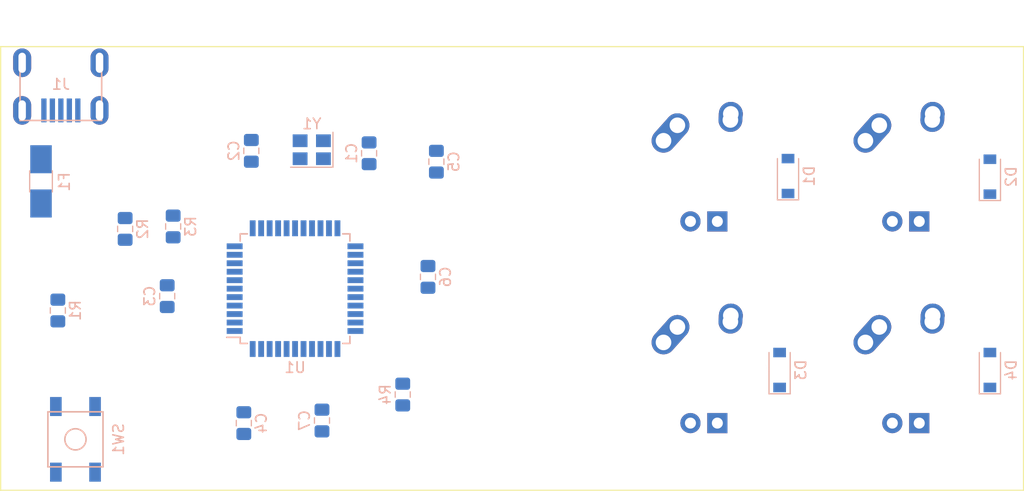
<source format=kicad_pcb>
(kicad_pcb (version 20171130) (host pcbnew "(5.1.0)-1")

  (general
    (thickness 1.6)
    (drawings 4)
    (tracks 0)
    (zones 0)
    (modules 24)
    (nets 60)
  )

  (page A4)
  (layers
    (0 F.Cu signal)
    (31 B.Cu signal)
    (32 B.Adhes user)
    (33 F.Adhes user)
    (34 B.Paste user)
    (35 F.Paste user)
    (36 B.SilkS user)
    (37 F.SilkS user)
    (38 B.Mask user)
    (39 F.Mask user)
    (40 Dwgs.User user)
    (41 Cmts.User user)
    (42 Eco1.User user)
    (43 Eco2.User user)
    (44 Edge.Cuts user)
    (45 Margin user)
    (46 B.CrtYd user)
    (47 F.CrtYd user)
    (48 B.Fab user)
    (49 F.Fab user)
  )

  (setup
    (last_trace_width 0.25)
    (trace_clearance 0.2)
    (zone_clearance 0.508)
    (zone_45_only no)
    (trace_min 0.2)
    (via_size 0.8)
    (via_drill 0.4)
    (via_min_size 0.4)
    (via_min_drill 0.3)
    (uvia_size 0.3)
    (uvia_drill 0.1)
    (uvias_allowed no)
    (uvia_min_size 0.2)
    (uvia_min_drill 0.1)
    (edge_width 0.05)
    (segment_width 0.2)
    (pcb_text_width 0.3)
    (pcb_text_size 1.5 1.5)
    (mod_edge_width 0.12)
    (mod_text_size 1 1)
    (mod_text_width 0.15)
    (pad_size 1.524 1.524)
    (pad_drill 0.762)
    (pad_to_mask_clearance 0.051)
    (solder_mask_min_width 0.25)
    (aux_axis_origin 0 0)
    (visible_elements 7FFFFFFF)
    (pcbplotparams
      (layerselection 0x010fc_ffffffff)
      (usegerberextensions false)
      (usegerberattributes false)
      (usegerberadvancedattributes false)
      (creategerberjobfile false)
      (excludeedgelayer true)
      (linewidth 0.100000)
      (plotframeref false)
      (viasonmask false)
      (mode 1)
      (useauxorigin false)
      (hpglpennumber 1)
      (hpglpenspeed 20)
      (hpglpendiameter 15.000000)
      (psnegative false)
      (psa4output false)
      (plotreference true)
      (plotvalue true)
      (plotinvisibletext false)
      (padsonsilk false)
      (subtractmaskfromsilk false)
      (outputformat 1)
      (mirror false)
      (drillshape 1)
      (scaleselection 1)
      (outputdirectory ""))
  )

  (net 0 "")
  (net 1 GND)
  (net 2 "Net-(C1-Pad1)")
  (net 3 "Net-(C2-Pad1)")
  (net 4 "Net-(C3-Pad1)")
  (net 5 +5V)
  (net 6 ROW0)
  (net 7 "Net-(D1-Pad2)")
  (net 8 "Net-(D2-Pad2)")
  (net 9 ROW1)
  (net 10 "Net-(D3-Pad2)")
  (net 11 "Net-(D4-Pad2)")
  (net 12 VCC)
  (net 13 "Net-(J1-Pad2)")
  (net 14 "Net-(J1-Pad3)")
  (net 15 "Net-(J1-Pad4)")
  (net 16 "Net-(MX1-Pad4)")
  (net 17 "Net-(MX1-Pad3)")
  (net 18 COL0)
  (net 19 COL1)
  (net 20 "Net-(MX2-Pad3)")
  (net 21 "Net-(MX2-Pad4)")
  (net 22 "Net-(MX3-Pad3)")
  (net 23 "Net-(MX3-Pad4)")
  (net 24 "Net-(MX4-Pad4)")
  (net 25 "Net-(MX4-Pad3)")
  (net 26 "Net-(R1-Pad2)")
  (net 27 "Net-(R2-Pad1)")
  (net 28 D+)
  (net 29 D-)
  (net 30 "Net-(R3-Pad1)")
  (net 31 "Net-(R4-Pad1)")
  (net 32 "Net-(U1-Pad1)")
  (net 33 "Net-(U1-Pad8)")
  (net 34 "Net-(U1-Pad9)")
  (net 35 "Net-(U1-Pad10)")
  (net 36 "Net-(U1-Pad11)")
  (net 37 "Net-(U1-Pad18)")
  (net 38 "Net-(U1-Pad19)")
  (net 39 "Net-(U1-Pad20)")
  (net 40 "Net-(U1-Pad21)")
  (net 41 "Net-(U1-Pad22)")
  (net 42 "Net-(U1-Pad12)")
  (net 43 "Net-(Y1-Pad2)")
  (net 44 "Net-(Y1-Pad4)")
  (net 45 "Net-(U1-Pad42)")
  (net 46 "Net-(U1-Pad41)")
  (net 47 "Net-(U1-Pad40)")
  (net 48 "Net-(U1-Pad39)")
  (net 49 "Net-(U1-Pad38)")
  (net 50 "Net-(U1-Pad37)")
  (net 51 "Net-(U1-Pad36)")
  (net 52 "Net-(U1-Pad32)")
  (net 53 "Net-(U1-Pad31)")
  (net 54 "Net-(U1-Pad30)")
  (net 55 "Net-(U1-Pad29)")
  (net 56 "Net-(U1-Pad28)")
  (net 57 "Net-(U1-Pad27)")
  (net 58 "Net-(U1-Pad26)")
  (net 59 "Net-(U1-Pad25)")

  (net_class Default "This is the default net class."
    (clearance 0.2)
    (trace_width 0.25)
    (via_dia 0.8)
    (via_drill 0.4)
    (uvia_dia 0.3)
    (uvia_drill 0.1)
    (add_net +5V)
    (add_net COL0)
    (add_net COL1)
    (add_net D+)
    (add_net D-)
    (add_net GND)
    (add_net "Net-(C1-Pad1)")
    (add_net "Net-(C2-Pad1)")
    (add_net "Net-(C3-Pad1)")
    (add_net "Net-(D1-Pad2)")
    (add_net "Net-(D2-Pad2)")
    (add_net "Net-(D3-Pad2)")
    (add_net "Net-(D4-Pad2)")
    (add_net "Net-(J1-Pad2)")
    (add_net "Net-(J1-Pad3)")
    (add_net "Net-(J1-Pad4)")
    (add_net "Net-(MX1-Pad3)")
    (add_net "Net-(MX1-Pad4)")
    (add_net "Net-(MX2-Pad3)")
    (add_net "Net-(MX2-Pad4)")
    (add_net "Net-(MX3-Pad3)")
    (add_net "Net-(MX3-Pad4)")
    (add_net "Net-(MX4-Pad3)")
    (add_net "Net-(MX4-Pad4)")
    (add_net "Net-(R1-Pad2)")
    (add_net "Net-(R2-Pad1)")
    (add_net "Net-(R3-Pad1)")
    (add_net "Net-(R4-Pad1)")
    (add_net "Net-(U1-Pad1)")
    (add_net "Net-(U1-Pad10)")
    (add_net "Net-(U1-Pad11)")
    (add_net "Net-(U1-Pad12)")
    (add_net "Net-(U1-Pad18)")
    (add_net "Net-(U1-Pad19)")
    (add_net "Net-(U1-Pad20)")
    (add_net "Net-(U1-Pad21)")
    (add_net "Net-(U1-Pad22)")
    (add_net "Net-(U1-Pad25)")
    (add_net "Net-(U1-Pad26)")
    (add_net "Net-(U1-Pad27)")
    (add_net "Net-(U1-Pad28)")
    (add_net "Net-(U1-Pad29)")
    (add_net "Net-(U1-Pad30)")
    (add_net "Net-(U1-Pad31)")
    (add_net "Net-(U1-Pad32)")
    (add_net "Net-(U1-Pad36)")
    (add_net "Net-(U1-Pad37)")
    (add_net "Net-(U1-Pad38)")
    (add_net "Net-(U1-Pad39)")
    (add_net "Net-(U1-Pad40)")
    (add_net "Net-(U1-Pad41)")
    (add_net "Net-(U1-Pad42)")
    (add_net "Net-(U1-Pad8)")
    (add_net "Net-(U1-Pad9)")
    (add_net "Net-(Y1-Pad2)")
    (add_net "Net-(Y1-Pad4)")
    (add_net ROW0)
    (add_net ROW1)
    (add_net VCC)
  )

  (module Housings_QFP:TQFP-44_10x10mm_Pitch0.8mm (layer B.Cu) (tedit 58CC9A48) (tstamp 5CBDA82C)
    (at 106.52125 119.38)
    (descr "44-Lead Plastic Thin Quad Flatpack (PT) - 10x10x1.0 mm Body [TQFP] (see Microchip Packaging Specification 00000049BS.pdf)")
    (tags "QFP 0.8")
    (path /5CBA84BD)
    (attr smd)
    (fp_text reference U1 (at 0 7.45) (layer B.SilkS)
      (effects (font (size 1 1) (thickness 0.15)) (justify mirror))
    )
    (fp_text value ATmega32U4-AU (at 0 -7.45) (layer B.Fab)
      (effects (font (size 1 1) (thickness 0.15)) (justify mirror))
    )
    (fp_line (start -5.175 4.6) (end -6.45 4.6) (layer B.SilkS) (width 0.15))
    (fp_line (start 5.175 5.175) (end 4.5 5.175) (layer B.SilkS) (width 0.15))
    (fp_line (start 5.175 -5.175) (end 4.5 -5.175) (layer B.SilkS) (width 0.15))
    (fp_line (start -5.175 -5.175) (end -4.5 -5.175) (layer B.SilkS) (width 0.15))
    (fp_line (start -5.175 5.175) (end -4.5 5.175) (layer B.SilkS) (width 0.15))
    (fp_line (start -5.175 -5.175) (end -5.175 -4.5) (layer B.SilkS) (width 0.15))
    (fp_line (start 5.175 -5.175) (end 5.175 -4.5) (layer B.SilkS) (width 0.15))
    (fp_line (start 5.175 5.175) (end 5.175 4.5) (layer B.SilkS) (width 0.15))
    (fp_line (start -5.175 5.175) (end -5.175 4.6) (layer B.SilkS) (width 0.15))
    (fp_line (start -6.7 -6.7) (end 6.7 -6.7) (layer B.CrtYd) (width 0.05))
    (fp_line (start -6.7 6.7) (end 6.7 6.7) (layer B.CrtYd) (width 0.05))
    (fp_line (start 6.7 6.7) (end 6.7 -6.7) (layer B.CrtYd) (width 0.05))
    (fp_line (start -6.7 6.7) (end -6.7 -6.7) (layer B.CrtYd) (width 0.05))
    (fp_line (start -5 4) (end -4 5) (layer B.Fab) (width 0.15))
    (fp_line (start -5 -5) (end -5 4) (layer B.Fab) (width 0.15))
    (fp_line (start 5 -5) (end -5 -5) (layer B.Fab) (width 0.15))
    (fp_line (start 5 5) (end 5 -5) (layer B.Fab) (width 0.15))
    (fp_line (start -4 5) (end 5 5) (layer B.Fab) (width 0.15))
    (fp_text user %R (at 0 0) (layer B.Fab)
      (effects (font (size 1 1) (thickness 0.15)) (justify mirror))
    )
    (pad 44 smd rect (at -4 5.7 270) (size 1.5 0.55) (layers B.Cu B.Paste B.Mask)
      (net 5 +5V))
    (pad 43 smd rect (at -3.2 5.7 270) (size 1.5 0.55) (layers B.Cu B.Paste B.Mask)
      (net 1 GND))
    (pad 42 smd rect (at -2.4 5.7 270) (size 1.5 0.55) (layers B.Cu B.Paste B.Mask)
      (net 45 "Net-(U1-Pad42)"))
    (pad 41 smd rect (at -1.6 5.7 270) (size 1.5 0.55) (layers B.Cu B.Paste B.Mask)
      (net 46 "Net-(U1-Pad41)"))
    (pad 40 smd rect (at -0.8 5.7 270) (size 1.5 0.55) (layers B.Cu B.Paste B.Mask)
      (net 47 "Net-(U1-Pad40)"))
    (pad 39 smd rect (at 0 5.7 270) (size 1.5 0.55) (layers B.Cu B.Paste B.Mask)
      (net 48 "Net-(U1-Pad39)"))
    (pad 38 smd rect (at 0.8 5.7 270) (size 1.5 0.55) (layers B.Cu B.Paste B.Mask)
      (net 49 "Net-(U1-Pad38)"))
    (pad 37 smd rect (at 1.6 5.7 270) (size 1.5 0.55) (layers B.Cu B.Paste B.Mask)
      (net 50 "Net-(U1-Pad37)"))
    (pad 36 smd rect (at 2.4 5.7 270) (size 1.5 0.55) (layers B.Cu B.Paste B.Mask)
      (net 51 "Net-(U1-Pad36)"))
    (pad 35 smd rect (at 3.2 5.7 270) (size 1.5 0.55) (layers B.Cu B.Paste B.Mask)
      (net 1 GND))
    (pad 34 smd rect (at 4 5.7 270) (size 1.5 0.55) (layers B.Cu B.Paste B.Mask)
      (net 5 +5V))
    (pad 33 smd rect (at 5.7 4) (size 1.5 0.55) (layers B.Cu B.Paste B.Mask)
      (net 31 "Net-(R4-Pad1)"))
    (pad 32 smd rect (at 5.7 3.2) (size 1.5 0.55) (layers B.Cu B.Paste B.Mask)
      (net 52 "Net-(U1-Pad32)"))
    (pad 31 smd rect (at 5.7 2.4) (size 1.5 0.55) (layers B.Cu B.Paste B.Mask)
      (net 53 "Net-(U1-Pad31)"))
    (pad 30 smd rect (at 5.7 1.6) (size 1.5 0.55) (layers B.Cu B.Paste B.Mask)
      (net 54 "Net-(U1-Pad30)"))
    (pad 29 smd rect (at 5.7 0.8) (size 1.5 0.55) (layers B.Cu B.Paste B.Mask)
      (net 55 "Net-(U1-Pad29)"))
    (pad 28 smd rect (at 5.7 0) (size 1.5 0.55) (layers B.Cu B.Paste B.Mask)
      (net 56 "Net-(U1-Pad28)"))
    (pad 27 smd rect (at 5.7 -0.8) (size 1.5 0.55) (layers B.Cu B.Paste B.Mask)
      (net 57 "Net-(U1-Pad27)"))
    (pad 26 smd rect (at 5.7 -1.6) (size 1.5 0.55) (layers B.Cu B.Paste B.Mask)
      (net 58 "Net-(U1-Pad26)"))
    (pad 25 smd rect (at 5.7 -2.4) (size 1.5 0.55) (layers B.Cu B.Paste B.Mask)
      (net 59 "Net-(U1-Pad25)"))
    (pad 24 smd rect (at 5.7 -3.2) (size 1.5 0.55) (layers B.Cu B.Paste B.Mask)
      (net 5 +5V))
    (pad 23 smd rect (at 5.7 -4) (size 1.5 0.55) (layers B.Cu B.Paste B.Mask)
      (net 1 GND))
    (pad 22 smd rect (at 4 -5.7 270) (size 1.5 0.55) (layers B.Cu B.Paste B.Mask)
      (net 41 "Net-(U1-Pad22)"))
    (pad 21 smd rect (at 3.2 -5.7 270) (size 1.5 0.55) (layers B.Cu B.Paste B.Mask)
      (net 40 "Net-(U1-Pad21)"))
    (pad 20 smd rect (at 2.4 -5.7 270) (size 1.5 0.55) (layers B.Cu B.Paste B.Mask)
      (net 39 "Net-(U1-Pad20)"))
    (pad 19 smd rect (at 1.6 -5.7 270) (size 1.5 0.55) (layers B.Cu B.Paste B.Mask)
      (net 38 "Net-(U1-Pad19)"))
    (pad 18 smd rect (at 0.8 -5.7 270) (size 1.5 0.55) (layers B.Cu B.Paste B.Mask)
      (net 37 "Net-(U1-Pad18)"))
    (pad 17 smd rect (at 0 -5.7 270) (size 1.5 0.55) (layers B.Cu B.Paste B.Mask)
      (net 2 "Net-(C1-Pad1)"))
    (pad 16 smd rect (at -0.8 -5.7 270) (size 1.5 0.55) (layers B.Cu B.Paste B.Mask)
      (net 3 "Net-(C2-Pad1)"))
    (pad 15 smd rect (at -1.6 -5.7 270) (size 1.5 0.55) (layers B.Cu B.Paste B.Mask)
      (net 1 GND))
    (pad 14 smd rect (at -2.4 -5.7 270) (size 1.5 0.55) (layers B.Cu B.Paste B.Mask)
      (net 5 +5V))
    (pad 13 smd rect (at -3.2 -5.7 270) (size 1.5 0.55) (layers B.Cu B.Paste B.Mask)
      (net 26 "Net-(R1-Pad2)"))
    (pad 12 smd rect (at -4 -5.7 270) (size 1.5 0.55) (layers B.Cu B.Paste B.Mask)
      (net 42 "Net-(U1-Pad12)"))
    (pad 11 smd rect (at -5.7 -4) (size 1.5 0.55) (layers B.Cu B.Paste B.Mask)
      (net 36 "Net-(U1-Pad11)"))
    (pad 10 smd rect (at -5.7 -3.2) (size 1.5 0.55) (layers B.Cu B.Paste B.Mask)
      (net 35 "Net-(U1-Pad10)"))
    (pad 9 smd rect (at -5.7 -2.4) (size 1.5 0.55) (layers B.Cu B.Paste B.Mask)
      (net 34 "Net-(U1-Pad9)"))
    (pad 8 smd rect (at -5.7 -1.6) (size 1.5 0.55) (layers B.Cu B.Paste B.Mask)
      (net 33 "Net-(U1-Pad8)"))
    (pad 7 smd rect (at -5.7 -0.8) (size 1.5 0.55) (layers B.Cu B.Paste B.Mask)
      (net 5 +5V))
    (pad 6 smd rect (at -5.7 0) (size 1.5 0.55) (layers B.Cu B.Paste B.Mask)
      (net 4 "Net-(C3-Pad1)"))
    (pad 5 smd rect (at -5.7 0.8) (size 1.5 0.55) (layers B.Cu B.Paste B.Mask)
      (net 1 GND))
    (pad 4 smd rect (at -5.7 1.6) (size 1.5 0.55) (layers B.Cu B.Paste B.Mask)
      (net 27 "Net-(R2-Pad1)"))
    (pad 3 smd rect (at -5.7 2.4) (size 1.5 0.55) (layers B.Cu B.Paste B.Mask)
      (net 30 "Net-(R3-Pad1)"))
    (pad 2 smd rect (at -5.7 3.2) (size 1.5 0.55) (layers B.Cu B.Paste B.Mask)
      (net 5 +5V))
    (pad 1 smd rect (at -5.7 4) (size 1.5 0.55) (layers B.Cu B.Paste B.Mask)
      (net 32 "Net-(U1-Pad1)"))
    (model ${KISYS3DMOD}/Housings_QFP.3dshapes/TQFP-44_10x10mm_Pitch0.8mm.wrl
      (at (xyz 0 0 0))
      (scale (xyz 1 1 1))
      (rotate (xyz 0 0 0))
    )
  )

  (module Capacitor_SMD:C_0805_2012Metric_Pad1.15x1.40mm_HandSolder (layer B.Cu) (tedit 5B36C52B) (tstamp 5CBDA604)
    (at 113.50625 106.59375 270)
    (descr "Capacitor SMD 0805 (2012 Metric), square (rectangular) end terminal, IPC_7351 nominal with elongated pad for handsoldering. (Body size source: https://docs.google.com/spreadsheets/d/1BsfQQcO9C6DZCsRaXUlFlo91Tg2WpOkGARC1WS5S8t0/edit?usp=sharing), generated with kicad-footprint-generator")
    (tags "capacitor handsolder")
    (path /5CBF2D04)
    (attr smd)
    (fp_text reference C1 (at 0 1.65 270) (layer B.SilkS)
      (effects (font (size 1 1) (thickness 0.15)) (justify mirror))
    )
    (fp_text value 22pF (at 0 -1.65 270) (layer B.Fab)
      (effects (font (size 1 1) (thickness 0.15)) (justify mirror))
    )
    (fp_text user %R (at -1.27 2.54 270) (layer B.Fab)
      (effects (font (size 0.5 0.5) (thickness 0.08)) (justify mirror))
    )
    (fp_line (start 1.85 -0.95) (end -1.85 -0.95) (layer B.CrtYd) (width 0.05))
    (fp_line (start 1.85 0.95) (end 1.85 -0.95) (layer B.CrtYd) (width 0.05))
    (fp_line (start -1.85 0.95) (end 1.85 0.95) (layer B.CrtYd) (width 0.05))
    (fp_line (start -1.85 -0.95) (end -1.85 0.95) (layer B.CrtYd) (width 0.05))
    (fp_line (start -0.261252 -0.71) (end 0.261252 -0.71) (layer B.SilkS) (width 0.12))
    (fp_line (start -0.261252 0.71) (end 0.261252 0.71) (layer B.SilkS) (width 0.12))
    (fp_line (start 1 -0.6) (end -1 -0.6) (layer B.Fab) (width 0.1))
    (fp_line (start 1 0.6) (end 1 -0.6) (layer B.Fab) (width 0.1))
    (fp_line (start -1 0.6) (end 1 0.6) (layer B.Fab) (width 0.1))
    (fp_line (start -1 -0.6) (end -1 0.6) (layer B.Fab) (width 0.1))
    (pad 2 smd roundrect (at 1.025 0 270) (size 1.15 1.4) (layers B.Cu B.Paste B.Mask) (roundrect_rratio 0.217391)
      (net 1 GND))
    (pad 1 smd roundrect (at -1.025 0 270) (size 1.15 1.4) (layers B.Cu B.Paste B.Mask) (roundrect_rratio 0.217391)
      (net 2 "Net-(C1-Pad1)"))
    (model ${KISYS3DMOD}/Capacitor_SMD.3dshapes/C_0805_2012Metric.wrl
      (at (xyz 0 0 0))
      (scale (xyz 1 1 1))
      (rotate (xyz 0 0 0))
    )
  )

  (module Capacitor_SMD:C_0805_2012Metric_Pad1.15x1.40mm_HandSolder (layer B.Cu) (tedit 5B36C52B) (tstamp 5CBDA615)
    (at 102.39375 106.3625 270)
    (descr "Capacitor SMD 0805 (2012 Metric), square (rectangular) end terminal, IPC_7351 nominal with elongated pad for handsoldering. (Body size source: https://docs.google.com/spreadsheets/d/1BsfQQcO9C6DZCsRaXUlFlo91Tg2WpOkGARC1WS5S8t0/edit?usp=sharing), generated with kicad-footprint-generator")
    (tags "capacitor handsolder")
    (path /5CBF57CD)
    (attr smd)
    (fp_text reference C2 (at 0 1.65 270) (layer B.SilkS)
      (effects (font (size 1 1) (thickness 0.15)) (justify mirror))
    )
    (fp_text value 22pF (at 0 -1.65 270) (layer B.Fab)
      (effects (font (size 1 1) (thickness 0.15)) (justify mirror))
    )
    (fp_line (start -1 -0.6) (end -1 0.6) (layer B.Fab) (width 0.1))
    (fp_line (start -1 0.6) (end 1 0.6) (layer B.Fab) (width 0.1))
    (fp_line (start 1 0.6) (end 1 -0.6) (layer B.Fab) (width 0.1))
    (fp_line (start 1 -0.6) (end -1 -0.6) (layer B.Fab) (width 0.1))
    (fp_line (start -0.261252 0.71) (end 0.261252 0.71) (layer B.SilkS) (width 0.12))
    (fp_line (start -0.261252 -0.71) (end 0.261252 -0.71) (layer B.SilkS) (width 0.12))
    (fp_line (start -1.85 -0.95) (end -1.85 0.95) (layer B.CrtYd) (width 0.05))
    (fp_line (start -1.85 0.95) (end 1.85 0.95) (layer B.CrtYd) (width 0.05))
    (fp_line (start 1.85 0.95) (end 1.85 -0.95) (layer B.CrtYd) (width 0.05))
    (fp_line (start 1.85 -0.95) (end -1.85 -0.95) (layer B.CrtYd) (width 0.05))
    (fp_text user %R (at 0 0 270) (layer B.Fab)
      (effects (font (size 0.5 0.5) (thickness 0.08)) (justify mirror))
    )
    (pad 1 smd roundrect (at -1.025 0 270) (size 1.15 1.4) (layers B.Cu B.Paste B.Mask) (roundrect_rratio 0.217391)
      (net 3 "Net-(C2-Pad1)"))
    (pad 2 smd roundrect (at 1.025 0 270) (size 1.15 1.4) (layers B.Cu B.Paste B.Mask) (roundrect_rratio 0.217391)
      (net 1 GND))
    (model ${KISYS3DMOD}/Capacitor_SMD.3dshapes/C_0805_2012Metric.wrl
      (at (xyz 0 0 0))
      (scale (xyz 1 1 1))
      (rotate (xyz 0 0 0))
    )
  )

  (module Capacitor_SMD:C_0805_2012Metric_Pad1.15x1.40mm_HandSolder (layer B.Cu) (tedit 5B36C52B) (tstamp 5CBDA626)
    (at 94.45625 120.0875 270)
    (descr "Capacitor SMD 0805 (2012 Metric), square (rectangular) end terminal, IPC_7351 nominal with elongated pad for handsoldering. (Body size source: https://docs.google.com/spreadsheets/d/1BsfQQcO9C6DZCsRaXUlFlo91Tg2WpOkGARC1WS5S8t0/edit?usp=sharing), generated with kicad-footprint-generator")
    (tags "capacitor handsolder")
    (path /5CBCFF08)
    (attr smd)
    (fp_text reference C3 (at 0 1.65 270) (layer B.SilkS)
      (effects (font (size 1 1) (thickness 0.15)) (justify mirror))
    )
    (fp_text value 1uF (at 0 -1.65 270) (layer B.Fab)
      (effects (font (size 1 1) (thickness 0.15)) (justify mirror))
    )
    (fp_line (start -1 -0.6) (end -1 0.6) (layer B.Fab) (width 0.1))
    (fp_line (start -1 0.6) (end 1 0.6) (layer B.Fab) (width 0.1))
    (fp_line (start 1 0.6) (end 1 -0.6) (layer B.Fab) (width 0.1))
    (fp_line (start 1 -0.6) (end -1 -0.6) (layer B.Fab) (width 0.1))
    (fp_line (start -0.261252 0.71) (end 0.261252 0.71) (layer B.SilkS) (width 0.12))
    (fp_line (start -0.261252 -0.71) (end 0.261252 -0.71) (layer B.SilkS) (width 0.12))
    (fp_line (start -1.85 -0.95) (end -1.85 0.95) (layer B.CrtYd) (width 0.05))
    (fp_line (start -1.85 0.95) (end 1.85 0.95) (layer B.CrtYd) (width 0.05))
    (fp_line (start 1.85 0.95) (end 1.85 -0.95) (layer B.CrtYd) (width 0.05))
    (fp_line (start 1.85 -0.95) (end -1.85 -0.95) (layer B.CrtYd) (width 0.05))
    (fp_text user %R (at 0 0 270) (layer B.Fab)
      (effects (font (size 0.5 0.5) (thickness 0.08)) (justify mirror))
    )
    (pad 1 smd roundrect (at -1.025 0 270) (size 1.15 1.4) (layers B.Cu B.Paste B.Mask) (roundrect_rratio 0.217391)
      (net 4 "Net-(C3-Pad1)"))
    (pad 2 smd roundrect (at 1.025 0 270) (size 1.15 1.4) (layers B.Cu B.Paste B.Mask) (roundrect_rratio 0.217391)
      (net 1 GND))
    (model ${KISYS3DMOD}/Capacitor_SMD.3dshapes/C_0805_2012Metric.wrl
      (at (xyz 0 0 0))
      (scale (xyz 1 1 1))
      (rotate (xyz 0 0 0))
    )
  )

  (module Capacitor_SMD:C_0805_2012Metric_Pad1.15x1.40mm_HandSolder (layer B.Cu) (tedit 5B36C52B) (tstamp 5CBDA637)
    (at 101.68625 132.08 90)
    (descr "Capacitor SMD 0805 (2012 Metric), square (rectangular) end terminal, IPC_7351 nominal with elongated pad for handsoldering. (Body size source: https://docs.google.com/spreadsheets/d/1BsfQQcO9C6DZCsRaXUlFlo91Tg2WpOkGARC1WS5S8t0/edit?usp=sharing), generated with kicad-footprint-generator")
    (tags "capacitor handsolder")
    (path /5CBDCF40)
    (attr smd)
    (fp_text reference C4 (at 0 1.65 90) (layer B.SilkS)
      (effects (font (size 1 1) (thickness 0.15)) (justify mirror))
    )
    (fp_text value 0.1uF (at 0 -1.65 90) (layer B.Fab)
      (effects (font (size 1 1) (thickness 0.15)) (justify mirror))
    )
    (fp_text user %R (at 0 0 90) (layer B.Fab)
      (effects (font (size 0.5 0.5) (thickness 0.08)) (justify mirror))
    )
    (fp_line (start 1.85 -0.95) (end -1.85 -0.95) (layer B.CrtYd) (width 0.05))
    (fp_line (start 1.85 0.95) (end 1.85 -0.95) (layer B.CrtYd) (width 0.05))
    (fp_line (start -1.85 0.95) (end 1.85 0.95) (layer B.CrtYd) (width 0.05))
    (fp_line (start -1.85 -0.95) (end -1.85 0.95) (layer B.CrtYd) (width 0.05))
    (fp_line (start -0.261252 -0.71) (end 0.261252 -0.71) (layer B.SilkS) (width 0.12))
    (fp_line (start -0.261252 0.71) (end 0.261252 0.71) (layer B.SilkS) (width 0.12))
    (fp_line (start 1 -0.6) (end -1 -0.6) (layer B.Fab) (width 0.1))
    (fp_line (start 1 0.6) (end 1 -0.6) (layer B.Fab) (width 0.1))
    (fp_line (start -1 0.6) (end 1 0.6) (layer B.Fab) (width 0.1))
    (fp_line (start -1 -0.6) (end -1 0.6) (layer B.Fab) (width 0.1))
    (pad 2 smd roundrect (at 1.025 0 90) (size 1.15 1.4) (layers B.Cu B.Paste B.Mask) (roundrect_rratio 0.217391)
      (net 1 GND))
    (pad 1 smd roundrect (at -1.025 0 90) (size 1.15 1.4) (layers B.Cu B.Paste B.Mask) (roundrect_rratio 0.217391)
      (net 5 +5V))
    (model ${KISYS3DMOD}/Capacitor_SMD.3dshapes/C_0805_2012Metric.wrl
      (at (xyz 0 0 0))
      (scale (xyz 1 1 1))
      (rotate (xyz 0 0 0))
    )
  )

  (module Capacitor_SMD:C_0805_2012Metric_Pad1.15x1.40mm_HandSolder (layer B.Cu) (tedit 5B36C52B) (tstamp 5CBDA648)
    (at 119.85625 107.3875 90)
    (descr "Capacitor SMD 0805 (2012 Metric), square (rectangular) end terminal, IPC_7351 nominal with elongated pad for handsoldering. (Body size source: https://docs.google.com/spreadsheets/d/1BsfQQcO9C6DZCsRaXUlFlo91Tg2WpOkGARC1WS5S8t0/edit?usp=sharing), generated with kicad-footprint-generator")
    (tags "capacitor handsolder")
    (path /5CBDBF5F)
    (attr smd)
    (fp_text reference C5 (at 0 1.65 90) (layer B.SilkS)
      (effects (font (size 1 1) (thickness 0.15)) (justify mirror))
    )
    (fp_text value 0.1uF (at 0 -1.65 90) (layer B.Fab)
      (effects (font (size 1 1) (thickness 0.15)) (justify mirror))
    )
    (fp_line (start -1 -0.6) (end -1 0.6) (layer B.Fab) (width 0.1))
    (fp_line (start -1 0.6) (end 1 0.6) (layer B.Fab) (width 0.1))
    (fp_line (start 1 0.6) (end 1 -0.6) (layer B.Fab) (width 0.1))
    (fp_line (start 1 -0.6) (end -1 -0.6) (layer B.Fab) (width 0.1))
    (fp_line (start -0.261252 0.71) (end 0.261252 0.71) (layer B.SilkS) (width 0.12))
    (fp_line (start -0.261252 -0.71) (end 0.261252 -0.71) (layer B.SilkS) (width 0.12))
    (fp_line (start -1.85 -0.95) (end -1.85 0.95) (layer B.CrtYd) (width 0.05))
    (fp_line (start -1.85 0.95) (end 1.85 0.95) (layer B.CrtYd) (width 0.05))
    (fp_line (start 1.85 0.95) (end 1.85 -0.95) (layer B.CrtYd) (width 0.05))
    (fp_line (start 1.85 -0.95) (end -1.85 -0.95) (layer B.CrtYd) (width 0.05))
    (fp_text user %R (at 3.81 5.08 90) (layer B.Fab)
      (effects (font (size 0.5 0.5) (thickness 0.08)) (justify mirror))
    )
    (pad 1 smd roundrect (at -1.025 0 90) (size 1.15 1.4) (layers B.Cu B.Paste B.Mask) (roundrect_rratio 0.217391)
      (net 5 +5V))
    (pad 2 smd roundrect (at 1.025 0 90) (size 1.15 1.4) (layers B.Cu B.Paste B.Mask) (roundrect_rratio 0.217391)
      (net 1 GND))
    (model ${KISYS3DMOD}/Capacitor_SMD.3dshapes/C_0805_2012Metric.wrl
      (at (xyz 0 0 0))
      (scale (xyz 1 1 1))
      (rotate (xyz 0 0 0))
    )
  )

  (module Capacitor_SMD:C_0805_2012Metric_Pad1.15x1.40mm_HandSolder (layer B.Cu) (tedit 5B36C52B) (tstamp 5CBDA659)
    (at 119.0625 118.26875 90)
    (descr "Capacitor SMD 0805 (2012 Metric), square (rectangular) end terminal, IPC_7351 nominal with elongated pad for handsoldering. (Body size source: https://docs.google.com/spreadsheets/d/1BsfQQcO9C6DZCsRaXUlFlo91Tg2WpOkGARC1WS5S8t0/edit?usp=sharing), generated with kicad-footprint-generator")
    (tags "capacitor handsolder")
    (path /5CBDC45B)
    (attr smd)
    (fp_text reference C6 (at 0 1.65 90) (layer B.SilkS)
      (effects (font (size 1 1) (thickness 0.15)) (justify mirror))
    )
    (fp_text value 0.1uF (at 0 -1.65 90) (layer B.Fab)
      (effects (font (size 1 1) (thickness 0.15)) (justify mirror))
    )
    (fp_text user %R (at 0 0 90) (layer B.Fab)
      (effects (font (size 0.5 0.5) (thickness 0.08)) (justify mirror))
    )
    (fp_line (start 1.85 -0.95) (end -1.85 -0.95) (layer B.CrtYd) (width 0.05))
    (fp_line (start 1.85 0.95) (end 1.85 -0.95) (layer B.CrtYd) (width 0.05))
    (fp_line (start -1.85 0.95) (end 1.85 0.95) (layer B.CrtYd) (width 0.05))
    (fp_line (start -1.85 -0.95) (end -1.85 0.95) (layer B.CrtYd) (width 0.05))
    (fp_line (start -0.261252 -0.71) (end 0.261252 -0.71) (layer B.SilkS) (width 0.12))
    (fp_line (start -0.261252 0.71) (end 0.261252 0.71) (layer B.SilkS) (width 0.12))
    (fp_line (start 1 -0.6) (end -1 -0.6) (layer B.Fab) (width 0.1))
    (fp_line (start 1 0.6) (end 1 -0.6) (layer B.Fab) (width 0.1))
    (fp_line (start -1 0.6) (end 1 0.6) (layer B.Fab) (width 0.1))
    (fp_line (start -1 -0.6) (end -1 0.6) (layer B.Fab) (width 0.1))
    (pad 2 smd roundrect (at 1.025 0 90) (size 1.15 1.4) (layers B.Cu B.Paste B.Mask) (roundrect_rratio 0.217391)
      (net 1 GND))
    (pad 1 smd roundrect (at -1.025 0 90) (size 1.15 1.4) (layers B.Cu B.Paste B.Mask) (roundrect_rratio 0.217391)
      (net 5 +5V))
    (model ${KISYS3DMOD}/Capacitor_SMD.3dshapes/C_0805_2012Metric.wrl
      (at (xyz 0 0 0))
      (scale (xyz 1 1 1))
      (rotate (xyz 0 0 0))
    )
  )

  (module Capacitor_SMD:C_0805_2012Metric_Pad1.15x1.40mm_HandSolder (layer B.Cu) (tedit 5B36C52B) (tstamp 5CBDA66A)
    (at 109.06125 131.835 270)
    (descr "Capacitor SMD 0805 (2012 Metric), square (rectangular) end terminal, IPC_7351 nominal with elongated pad for handsoldering. (Body size source: https://docs.google.com/spreadsheets/d/1BsfQQcO9C6DZCsRaXUlFlo91Tg2WpOkGARC1WS5S8t0/edit?usp=sharing), generated with kicad-footprint-generator")
    (tags "capacitor handsolder")
    (path /5CBDC859)
    (attr smd)
    (fp_text reference C7 (at 0 1.65 270) (layer B.SilkS)
      (effects (font (size 1 1) (thickness 0.15)) (justify mirror))
    )
    (fp_text value 10uF (at 0 -1.65 270) (layer B.Fab)
      (effects (font (size 1 1) (thickness 0.15)) (justify mirror))
    )
    (fp_line (start -1 -0.6) (end -1 0.6) (layer B.Fab) (width 0.1))
    (fp_line (start -1 0.6) (end 1 0.6) (layer B.Fab) (width 0.1))
    (fp_line (start 1 0.6) (end 1 -0.6) (layer B.Fab) (width 0.1))
    (fp_line (start 1 -0.6) (end -1 -0.6) (layer B.Fab) (width 0.1))
    (fp_line (start -0.261252 0.71) (end 0.261252 0.71) (layer B.SilkS) (width 0.12))
    (fp_line (start -0.261252 -0.71) (end 0.261252 -0.71) (layer B.SilkS) (width 0.12))
    (fp_line (start -1.85 -0.95) (end -1.85 0.95) (layer B.CrtYd) (width 0.05))
    (fp_line (start -1.85 0.95) (end 1.85 0.95) (layer B.CrtYd) (width 0.05))
    (fp_line (start 1.85 0.95) (end 1.85 -0.95) (layer B.CrtYd) (width 0.05))
    (fp_line (start 1.85 -0.95) (end -1.85 -0.95) (layer B.CrtYd) (width 0.05))
    (fp_text user %R (at 0 0 270) (layer B.Fab)
      (effects (font (size 0.5 0.5) (thickness 0.08)) (justify mirror))
    )
    (pad 1 smd roundrect (at -1.025 0 270) (size 1.15 1.4) (layers B.Cu B.Paste B.Mask) (roundrect_rratio 0.217391)
      (net 5 +5V))
    (pad 2 smd roundrect (at 1.025 0 270) (size 1.15 1.4) (layers B.Cu B.Paste B.Mask) (roundrect_rratio 0.217391)
      (net 1 GND))
    (model ${KISYS3DMOD}/Capacitor_SMD.3dshapes/C_0805_2012Metric.wrl
      (at (xyz 0 0 0))
      (scale (xyz 1 1 1))
      (rotate (xyz 0 0 0))
    )
  )

  (module Diode_SMD:D_SOD-123 (layer B.Cu) (tedit 58645DC7) (tstamp 5CBDA683)
    (at 153.035 108.74375 90)
    (descr SOD-123)
    (tags SOD-123)
    (path /5CBFFA52)
    (attr smd)
    (fp_text reference D1 (at 0 2 90) (layer B.SilkS)
      (effects (font (size 1 1) (thickness 0.15)) (justify mirror))
    )
    (fp_text value D_Small (at 0 -2.1 90) (layer B.Fab)
      (effects (font (size 1 1) (thickness 0.15)) (justify mirror))
    )
    (fp_text user %R (at 0 2 90) (layer B.Fab)
      (effects (font (size 1 1) (thickness 0.15)) (justify mirror))
    )
    (fp_line (start -2.25 1) (end -2.25 -1) (layer B.SilkS) (width 0.12))
    (fp_line (start 0.25 0) (end 0.75 0) (layer B.Fab) (width 0.1))
    (fp_line (start 0.25 -0.4) (end -0.35 0) (layer B.Fab) (width 0.1))
    (fp_line (start 0.25 0.4) (end 0.25 -0.4) (layer B.Fab) (width 0.1))
    (fp_line (start -0.35 0) (end 0.25 0.4) (layer B.Fab) (width 0.1))
    (fp_line (start -0.35 0) (end -0.35 -0.55) (layer B.Fab) (width 0.1))
    (fp_line (start -0.35 0) (end -0.35 0.55) (layer B.Fab) (width 0.1))
    (fp_line (start -0.75 0) (end -0.35 0) (layer B.Fab) (width 0.1))
    (fp_line (start -1.4 -0.9) (end -1.4 0.9) (layer B.Fab) (width 0.1))
    (fp_line (start 1.4 -0.9) (end -1.4 -0.9) (layer B.Fab) (width 0.1))
    (fp_line (start 1.4 0.9) (end 1.4 -0.9) (layer B.Fab) (width 0.1))
    (fp_line (start -1.4 0.9) (end 1.4 0.9) (layer B.Fab) (width 0.1))
    (fp_line (start -2.35 1.15) (end 2.35 1.15) (layer B.CrtYd) (width 0.05))
    (fp_line (start 2.35 1.15) (end 2.35 -1.15) (layer B.CrtYd) (width 0.05))
    (fp_line (start 2.35 -1.15) (end -2.35 -1.15) (layer B.CrtYd) (width 0.05))
    (fp_line (start -2.35 1.15) (end -2.35 -1.15) (layer B.CrtYd) (width 0.05))
    (fp_line (start -2.25 -1) (end 1.65 -1) (layer B.SilkS) (width 0.12))
    (fp_line (start -2.25 1) (end 1.65 1) (layer B.SilkS) (width 0.12))
    (pad 1 smd rect (at -1.65 0 90) (size 0.9 1.2) (layers B.Cu B.Paste B.Mask)
      (net 6 ROW0))
    (pad 2 smd rect (at 1.65 0 90) (size 0.9 1.2) (layers B.Cu B.Paste B.Mask)
      (net 7 "Net-(D1-Pad2)"))
    (model ${KISYS3DMOD}/Diode_SMD.3dshapes/D_SOD-123.wrl
      (at (xyz 0 0 0))
      (scale (xyz 1 1 1))
      (rotate (xyz 0 0 0))
    )
  )

  (module Diode_SMD:D_SOD-123 (layer B.Cu) (tedit 58645DC7) (tstamp 5CBDA69C)
    (at 172.085 108.80625 90)
    (descr SOD-123)
    (tags SOD-123)
    (path /5CC1517E)
    (attr smd)
    (fp_text reference D2 (at 0 2 90) (layer B.SilkS)
      (effects (font (size 1 1) (thickness 0.15)) (justify mirror))
    )
    (fp_text value D_Small (at 0 -2.1 90) (layer B.Fab)
      (effects (font (size 1 1) (thickness 0.15)) (justify mirror))
    )
    (fp_line (start -2.25 1) (end 1.65 1) (layer B.SilkS) (width 0.12))
    (fp_line (start -2.25 -1) (end 1.65 -1) (layer B.SilkS) (width 0.12))
    (fp_line (start -2.35 1.15) (end -2.35 -1.15) (layer B.CrtYd) (width 0.05))
    (fp_line (start 2.35 -1.15) (end -2.35 -1.15) (layer B.CrtYd) (width 0.05))
    (fp_line (start 2.35 1.15) (end 2.35 -1.15) (layer B.CrtYd) (width 0.05))
    (fp_line (start -2.35 1.15) (end 2.35 1.15) (layer B.CrtYd) (width 0.05))
    (fp_line (start -1.4 0.9) (end 1.4 0.9) (layer B.Fab) (width 0.1))
    (fp_line (start 1.4 0.9) (end 1.4 -0.9) (layer B.Fab) (width 0.1))
    (fp_line (start 1.4 -0.9) (end -1.4 -0.9) (layer B.Fab) (width 0.1))
    (fp_line (start -1.4 -0.9) (end -1.4 0.9) (layer B.Fab) (width 0.1))
    (fp_line (start -0.75 0) (end -0.35 0) (layer B.Fab) (width 0.1))
    (fp_line (start -0.35 0) (end -0.35 0.55) (layer B.Fab) (width 0.1))
    (fp_line (start -0.35 0) (end -0.35 -0.55) (layer B.Fab) (width 0.1))
    (fp_line (start -0.35 0) (end 0.25 0.4) (layer B.Fab) (width 0.1))
    (fp_line (start 0.25 0.4) (end 0.25 -0.4) (layer B.Fab) (width 0.1))
    (fp_line (start 0.25 -0.4) (end -0.35 0) (layer B.Fab) (width 0.1))
    (fp_line (start 0.25 0) (end 0.75 0) (layer B.Fab) (width 0.1))
    (fp_line (start -2.25 1) (end -2.25 -1) (layer B.SilkS) (width 0.12))
    (fp_text user %R (at 0 2 90) (layer B.Fab)
      (effects (font (size 1 1) (thickness 0.15)) (justify mirror))
    )
    (pad 2 smd rect (at 1.65 0 90) (size 0.9 1.2) (layers B.Cu B.Paste B.Mask)
      (net 8 "Net-(D2-Pad2)"))
    (pad 1 smd rect (at -1.65 0 90) (size 0.9 1.2) (layers B.Cu B.Paste B.Mask)
      (net 6 ROW0))
    (model ${KISYS3DMOD}/Diode_SMD.3dshapes/D_SOD-123.wrl
      (at (xyz 0 0 0))
      (scale (xyz 1 1 1))
      (rotate (xyz 0 0 0))
    )
  )

  (module Diode_SMD:D_SOD-123 (layer B.Cu) (tedit 58645DC7) (tstamp 5CBDA6B5)
    (at 152.24125 127.0625 90)
    (descr SOD-123)
    (tags SOD-123)
    (path /5CC192AE)
    (attr smd)
    (fp_text reference D3 (at 0 2 90) (layer B.SilkS)
      (effects (font (size 1 1) (thickness 0.15)) (justify mirror))
    )
    (fp_text value D_Small (at 0 -2.1 90) (layer B.Fab)
      (effects (font (size 1 1) (thickness 0.15)) (justify mirror))
    )
    (fp_text user %R (at 0 2 90) (layer B.Fab)
      (effects (font (size 1 1) (thickness 0.15)) (justify mirror))
    )
    (fp_line (start -2.25 1) (end -2.25 -1) (layer B.SilkS) (width 0.12))
    (fp_line (start 0.25 0) (end 0.75 0) (layer B.Fab) (width 0.1))
    (fp_line (start 0.25 -0.4) (end -0.35 0) (layer B.Fab) (width 0.1))
    (fp_line (start 0.25 0.4) (end 0.25 -0.4) (layer B.Fab) (width 0.1))
    (fp_line (start -0.35 0) (end 0.25 0.4) (layer B.Fab) (width 0.1))
    (fp_line (start -0.35 0) (end -0.35 -0.55) (layer B.Fab) (width 0.1))
    (fp_line (start -0.35 0) (end -0.35 0.55) (layer B.Fab) (width 0.1))
    (fp_line (start -0.75 0) (end -0.35 0) (layer B.Fab) (width 0.1))
    (fp_line (start -1.4 -0.9) (end -1.4 0.9) (layer B.Fab) (width 0.1))
    (fp_line (start 1.4 -0.9) (end -1.4 -0.9) (layer B.Fab) (width 0.1))
    (fp_line (start 1.4 0.9) (end 1.4 -0.9) (layer B.Fab) (width 0.1))
    (fp_line (start -1.4 0.9) (end 1.4 0.9) (layer B.Fab) (width 0.1))
    (fp_line (start -2.35 1.15) (end 2.35 1.15) (layer B.CrtYd) (width 0.05))
    (fp_line (start 2.35 1.15) (end 2.35 -1.15) (layer B.CrtYd) (width 0.05))
    (fp_line (start 2.35 -1.15) (end -2.35 -1.15) (layer B.CrtYd) (width 0.05))
    (fp_line (start -2.35 1.15) (end -2.35 -1.15) (layer B.CrtYd) (width 0.05))
    (fp_line (start -2.25 -1) (end 1.65 -1) (layer B.SilkS) (width 0.12))
    (fp_line (start -2.25 1) (end 1.65 1) (layer B.SilkS) (width 0.12))
    (pad 1 smd rect (at -1.65 0 90) (size 0.9 1.2) (layers B.Cu B.Paste B.Mask)
      (net 9 ROW1))
    (pad 2 smd rect (at 1.65 0 90) (size 0.9 1.2) (layers B.Cu B.Paste B.Mask)
      (net 10 "Net-(D3-Pad2)"))
    (model ${KISYS3DMOD}/Diode_SMD.3dshapes/D_SOD-123.wrl
      (at (xyz 0 0 0))
      (scale (xyz 1 1 1))
      (rotate (xyz 0 0 0))
    )
  )

  (module Diode_SMD:D_SOD-123 (layer B.Cu) (tedit 58645DC7) (tstamp 5CBDA6CE)
    (at 172.085 127.0625 90)
    (descr SOD-123)
    (tags SOD-123)
    (path /5CC192C4)
    (attr smd)
    (fp_text reference D4 (at 0 2 90) (layer B.SilkS)
      (effects (font (size 1 1) (thickness 0.15)) (justify mirror))
    )
    (fp_text value D_Small (at 0 -2.1 90) (layer B.Fab)
      (effects (font (size 1 1) (thickness 0.15)) (justify mirror))
    )
    (fp_line (start -2.25 1) (end 1.65 1) (layer B.SilkS) (width 0.12))
    (fp_line (start -2.25 -1) (end 1.65 -1) (layer B.SilkS) (width 0.12))
    (fp_line (start -2.35 1.15) (end -2.35 -1.15) (layer B.CrtYd) (width 0.05))
    (fp_line (start 2.35 -1.15) (end -2.35 -1.15) (layer B.CrtYd) (width 0.05))
    (fp_line (start 2.35 1.15) (end 2.35 -1.15) (layer B.CrtYd) (width 0.05))
    (fp_line (start -2.35 1.15) (end 2.35 1.15) (layer B.CrtYd) (width 0.05))
    (fp_line (start -1.4 0.9) (end 1.4 0.9) (layer B.Fab) (width 0.1))
    (fp_line (start 1.4 0.9) (end 1.4 -0.9) (layer B.Fab) (width 0.1))
    (fp_line (start 1.4 -0.9) (end -1.4 -0.9) (layer B.Fab) (width 0.1))
    (fp_line (start -1.4 -0.9) (end -1.4 0.9) (layer B.Fab) (width 0.1))
    (fp_line (start -0.75 0) (end -0.35 0) (layer B.Fab) (width 0.1))
    (fp_line (start -0.35 0) (end -0.35 0.55) (layer B.Fab) (width 0.1))
    (fp_line (start -0.35 0) (end -0.35 -0.55) (layer B.Fab) (width 0.1))
    (fp_line (start -0.35 0) (end 0.25 0.4) (layer B.Fab) (width 0.1))
    (fp_line (start 0.25 0.4) (end 0.25 -0.4) (layer B.Fab) (width 0.1))
    (fp_line (start 0.25 -0.4) (end -0.35 0) (layer B.Fab) (width 0.1))
    (fp_line (start 0.25 0) (end 0.75 0) (layer B.Fab) (width 0.1))
    (fp_line (start -2.25 1) (end -2.25 -1) (layer B.SilkS) (width 0.12))
    (fp_text user %R (at 0 2 90) (layer B.Fab)
      (effects (font (size 1 1) (thickness 0.15)) (justify mirror))
    )
    (pad 2 smd rect (at 1.65 0 90) (size 0.9 1.2) (layers B.Cu B.Paste B.Mask)
      (net 11 "Net-(D4-Pad2)"))
    (pad 1 smd rect (at -1.65 0 90) (size 0.9 1.2) (layers B.Cu B.Paste B.Mask)
      (net 9 ROW1))
    (model ${KISYS3DMOD}/Diode_SMD.3dshapes/D_SOD-123.wrl
      (at (xyz 0 0 0))
      (scale (xyz 1 1 1))
      (rotate (xyz 0 0 0))
    )
  )

  (module Fuse_Holders_and_Fuses:Fuse_SMD1206_HandSoldering (layer B.Cu) (tedit 0) (tstamp 5CBDA6DE)
    (at 82.55 109.24625 90)
    (descr "Fuse, Sicherung, SMD1206, Littlefuse-Wickmann 433 Series, Hand Soldering,")
    (tags "Fuse Sicherung SMD1206 Littlefuse-Wickmann 433 Series Hand Soldering ")
    (path /5CC0ED62)
    (attr smd)
    (fp_text reference F1 (at -0.05 2.2 90) (layer B.SilkS)
      (effects (font (size 1 1) (thickness 0.15)) (justify mirror))
    )
    (fp_text value 500mA (at -0.15 -2.5 90) (layer B.Fab)
      (effects (font (size 1 1) (thickness 0.15)) (justify mirror))
    )
    (fp_line (start -1.6 -0.8) (end -1.6 0.8) (layer B.Fab) (width 0.1))
    (fp_line (start 1.6 -0.8) (end -1.6 -0.8) (layer B.Fab) (width 0.1))
    (fp_line (start 1.6 0.8) (end 1.6 -0.8) (layer B.Fab) (width 0.1))
    (fp_line (start -1.6 0.8) (end 1.6 0.8) (layer B.Fab) (width 0.1))
    (fp_line (start 1 -1.07) (end -1 -1.07) (layer B.SilkS) (width 0.12))
    (fp_line (start -1 1.07) (end 1 1.07) (layer B.SilkS) (width 0.12))
    (fp_line (start -3.35 1.58) (end 3.35 1.58) (layer B.CrtYd) (width 0.05))
    (fp_line (start -3.35 1.58) (end -3.35 -1.58) (layer B.CrtYd) (width 0.05))
    (fp_line (start 3.35 -1.58) (end 3.35 1.58) (layer B.CrtYd) (width 0.05))
    (fp_line (start 3.35 -1.58) (end -3.35 -1.58) (layer B.CrtYd) (width 0.05))
    (pad 1 smd rect (at -2.09 0) (size 2.03 2.65) (layers B.Cu B.Paste B.Mask)
      (net 5 +5V))
    (pad 2 smd rect (at 2.09 0) (size 2.03 2.65) (layers B.Cu B.Paste B.Mask)
      (net 12 VCC))
  )

  (module random-keyboard-parts:Molex-0548190589 (layer B.Cu) (tedit 5C494815) (tstamp 5CBDA6FE)
    (at 84.422 98.044 270)
    (path /5CC0AF68)
    (attr smd)
    (fp_text reference J1 (at 2.032 0 180) (layer B.SilkS)
      (effects (font (size 1 1) (thickness 0.15)) (justify mirror))
    )
    (fp_text value USB_B (at -5.08 0 180) (layer Dwgs.User)
      (effects (font (size 1 1) (thickness 0.15)))
    )
    (fp_line (start -3.75 3.85) (end -3.75 -3.85) (layer Dwgs.User) (width 0.15))
    (fp_line (start -1.75 4.572) (end -1.75 -4.572) (layer Dwgs.User) (width 0.15))
    (fp_line (start -3.75 -3.85) (end 0 -3.85) (layer Dwgs.User) (width 0.15))
    (fp_line (start -3.75 3.85) (end 0 3.85) (layer Dwgs.User) (width 0.15))
    (fp_line (start 5.45 3.85) (end 5.45 -3.85) (layer B.SilkS) (width 0.15))
    (fp_line (start 0 -3.85) (end 5.45 -3.85) (layer B.SilkS) (width 0.15))
    (fp_line (start 0 3.85) (end 5.45 3.85) (layer B.SilkS) (width 0.15))
    (fp_line (start -3.75 3.75) (end 5.5 3.75) (layer B.CrtYd) (width 0.15))
    (fp_line (start 5.5 3.75) (end 5.5 -3.75) (layer B.CrtYd) (width 0.15))
    (fp_line (start 5.5 -3.75) (end -3.75 -3.75) (layer B.CrtYd) (width 0.15))
    (fp_line (start -3.75 -3.75) (end -3.75 3.75) (layer B.CrtYd) (width 0.15))
    (fp_line (start 5.5 2) (end 3.25 2) (layer B.CrtYd) (width 0.15))
    (fp_line (start 3.25 2) (end 3.25 -2) (layer B.CrtYd) (width 0.15))
    (fp_line (start 3.25 -2) (end 5.5 -2) (layer B.CrtYd) (width 0.15))
    (fp_line (start 5.5 -1.25) (end 3.25 -1.25) (layer B.CrtYd) (width 0.15))
    (fp_line (start 3.25 -0.5) (end 5.5 -0.5) (layer B.CrtYd) (width 0.15))
    (fp_line (start 5.5 0.5) (end 3.25 0.5) (layer B.CrtYd) (width 0.15))
    (fp_line (start 3.25 1.25) (end 5.5 1.25) (layer B.CrtYd) (width 0.15))
    (fp_text user %R (at 2 0 180) (layer B.CrtYd)
      (effects (font (size 1 1) (thickness 0.15)) (justify mirror))
    )
    (pad 1 smd rect (at 4.5 -1.6 270) (size 2.25 0.5) (layers B.Cu B.Paste B.Mask)
      (net 1 GND))
    (pad 2 smd rect (at 4.5 -0.8 270) (size 2.25 0.5) (layers B.Cu B.Paste B.Mask)
      (net 13 "Net-(J1-Pad2)"))
    (pad 3 smd rect (at 4.5 0 270) (size 2.25 0.5) (layers B.Cu B.Paste B.Mask)
      (net 14 "Net-(J1-Pad3)"))
    (pad 4 smd rect (at 4.5 0.8 270) (size 2.25 0.5) (layers B.Cu B.Paste B.Mask)
      (net 15 "Net-(J1-Pad4)"))
    (pad 5 smd rect (at 4.5 1.6 270) (size 2.25 0.5) (layers B.Cu B.Paste B.Mask)
      (net 12 VCC))
    (pad 6 thru_hole oval (at 4.5 3.65 270) (size 2.7 1.7) (drill oval 1.9 0.7) (layers *.Cu *.Mask))
    (pad 6 thru_hole oval (at 4.5 -3.65 270) (size 2.7 1.7) (drill oval 1.9 0.7) (layers *.Cu *.Mask))
    (pad 6 thru_hole oval (at 0 -3.65 270) (size 2.7 1.7) (drill oval 1.9 0.7) (layers *.Cu *.Mask))
    (pad 6 thru_hole oval (at 0 3.65 270) (size 2.7 1.7) (drill oval 1.9 0.7) (layers *.Cu *.Mask))
  )

  (module MX_Alps_Hybrid:MX-1U (layer F.Cu) (tedit 5A9F3A9A) (tstamp 5CBDA717)
    (at 145.0975 107.95)
    (path /5CBFD9AE)
    (fp_text reference MX1 (at 0 3.175) (layer Dwgs.User)
      (effects (font (size 1 1) (thickness 0.15)))
    )
    (fp_text value MX-1U (at 0 -7.9375) (layer Dwgs.User)
      (effects (font (size 1 1) (thickness 0.15)))
    )
    (fp_line (start -9.525 9.525) (end -9.525 -9.525) (layer Dwgs.User) (width 0.15))
    (fp_line (start 9.525 9.525) (end -9.525 9.525) (layer Dwgs.User) (width 0.15))
    (fp_line (start 9.525 -9.525) (end 9.525 9.525) (layer Dwgs.User) (width 0.15))
    (fp_line (start -9.525 -9.525) (end 9.525 -9.525) (layer Dwgs.User) (width 0.15))
    (fp_line (start -7 -7) (end -7 -5) (layer Dwgs.User) (width 0.15))
    (fp_line (start -5 -7) (end -7 -7) (layer Dwgs.User) (width 0.15))
    (fp_line (start -7 7) (end -5 7) (layer Dwgs.User) (width 0.15))
    (fp_line (start -7 5) (end -7 7) (layer Dwgs.User) (width 0.15))
    (fp_line (start 7 7) (end 7 5) (layer Dwgs.User) (width 0.15))
    (fp_line (start 5 7) (end 7 7) (layer Dwgs.User) (width 0.15))
    (fp_line (start 7 -7) (end 7 -5) (layer Dwgs.User) (width 0.15))
    (fp_line (start 5 -7) (end 7 -7) (layer Dwgs.User) (width 0.15))
    (pad "" np_thru_hole circle (at 5.08 0 48.0996) (size 1.75 1.75) (drill 1.75) (layers *.Cu *.Mask))
    (pad "" np_thru_hole circle (at -5.08 0 48.0996) (size 1.75 1.75) (drill 1.75) (layers *.Cu *.Mask))
    (pad 4 thru_hole rect (at 1.27 5.08) (size 1.905 1.905) (drill 1.04) (layers *.Cu B.Mask)
      (net 16 "Net-(MX1-Pad4)"))
    (pad 3 thru_hole circle (at -1.27 5.08) (size 1.905 1.905) (drill 1.04) (layers *.Cu B.Mask)
      (net 17 "Net-(MX1-Pad3)"))
    (pad 1 thru_hole circle (at -2.5 -4) (size 2.25 2.25) (drill 1.47) (layers *.Cu B.Mask)
      (net 18 COL0))
    (pad "" np_thru_hole circle (at 0 0) (size 3.9878 3.9878) (drill 3.9878) (layers *.Cu *.Mask))
    (pad 1 thru_hole oval (at -3.81 -2.54 48.0996) (size 4.211556 2.25) (drill 1.47 (offset 0.980778 0)) (layers *.Cu B.Mask)
      (net 18 COL0))
    (pad 2 thru_hole circle (at 2.54 -5.08) (size 2.25 2.25) (drill 1.47) (layers *.Cu B.Mask)
      (net 7 "Net-(D1-Pad2)"))
    (pad 2 thru_hole oval (at 2.5 -4.5 86.0548) (size 2.831378 2.25) (drill 1.47 (offset 0.290689 0)) (layers *.Cu B.Mask)
      (net 7 "Net-(D1-Pad2)"))
  )

  (module MX_Alps_Hybrid:MX-1U (layer F.Cu) (tedit 5A9F3A9A) (tstamp 5CBDA730)
    (at 164.1475 107.95)
    (path /5CC15172)
    (fp_text reference MX2 (at 0 3.175) (layer Dwgs.User)
      (effects (font (size 1 1) (thickness 0.15)))
    )
    (fp_text value MX-1U (at 0 -7.9375) (layer Dwgs.User)
      (effects (font (size 1 1) (thickness 0.15)))
    )
    (fp_line (start 5 -7) (end 7 -7) (layer Dwgs.User) (width 0.15))
    (fp_line (start 7 -7) (end 7 -5) (layer Dwgs.User) (width 0.15))
    (fp_line (start 5 7) (end 7 7) (layer Dwgs.User) (width 0.15))
    (fp_line (start 7 7) (end 7 5) (layer Dwgs.User) (width 0.15))
    (fp_line (start -7 5) (end -7 7) (layer Dwgs.User) (width 0.15))
    (fp_line (start -7 7) (end -5 7) (layer Dwgs.User) (width 0.15))
    (fp_line (start -5 -7) (end -7 -7) (layer Dwgs.User) (width 0.15))
    (fp_line (start -7 -7) (end -7 -5) (layer Dwgs.User) (width 0.15))
    (fp_line (start -9.525 -9.525) (end 9.525 -9.525) (layer Dwgs.User) (width 0.15))
    (fp_line (start 9.525 -9.525) (end 9.525 9.525) (layer Dwgs.User) (width 0.15))
    (fp_line (start 9.525 9.525) (end -9.525 9.525) (layer Dwgs.User) (width 0.15))
    (fp_line (start -9.525 9.525) (end -9.525 -9.525) (layer Dwgs.User) (width 0.15))
    (pad 2 thru_hole oval (at 2.5 -4.5 86.0548) (size 2.831378 2.25) (drill 1.47 (offset 0.290689 0)) (layers *.Cu B.Mask)
      (net 8 "Net-(D2-Pad2)"))
    (pad 2 thru_hole circle (at 2.54 -5.08) (size 2.25 2.25) (drill 1.47) (layers *.Cu B.Mask)
      (net 8 "Net-(D2-Pad2)"))
    (pad 1 thru_hole oval (at -3.81 -2.54 48.0996) (size 4.211556 2.25) (drill 1.47 (offset 0.980778 0)) (layers *.Cu B.Mask)
      (net 19 COL1))
    (pad "" np_thru_hole circle (at 0 0) (size 3.9878 3.9878) (drill 3.9878) (layers *.Cu *.Mask))
    (pad 1 thru_hole circle (at -2.5 -4) (size 2.25 2.25) (drill 1.47) (layers *.Cu B.Mask)
      (net 19 COL1))
    (pad 3 thru_hole circle (at -1.27 5.08) (size 1.905 1.905) (drill 1.04) (layers *.Cu B.Mask)
      (net 20 "Net-(MX2-Pad3)"))
    (pad 4 thru_hole rect (at 1.27 5.08) (size 1.905 1.905) (drill 1.04) (layers *.Cu B.Mask)
      (net 21 "Net-(MX2-Pad4)"))
    (pad "" np_thru_hole circle (at -5.08 0 48.0996) (size 1.75 1.75) (drill 1.75) (layers *.Cu *.Mask))
    (pad "" np_thru_hole circle (at 5.08 0 48.0996) (size 1.75 1.75) (drill 1.75) (layers *.Cu *.Mask))
  )

  (module MX_Alps_Hybrid:MX-1U (layer F.Cu) (tedit 5A9F3A9A) (tstamp 5CBDA749)
    (at 145.0975 127)
    (path /5CC192A2)
    (fp_text reference MX3 (at 0 3.175) (layer Dwgs.User)
      (effects (font (size 1 1) (thickness 0.15)))
    )
    (fp_text value MX-1U (at 0 -7.9375) (layer Dwgs.User)
      (effects (font (size 1 1) (thickness 0.15)))
    )
    (fp_line (start 5 -7) (end 7 -7) (layer Dwgs.User) (width 0.15))
    (fp_line (start 7 -7) (end 7 -5) (layer Dwgs.User) (width 0.15))
    (fp_line (start 5 7) (end 7 7) (layer Dwgs.User) (width 0.15))
    (fp_line (start 7 7) (end 7 5) (layer Dwgs.User) (width 0.15))
    (fp_line (start -7 5) (end -7 7) (layer Dwgs.User) (width 0.15))
    (fp_line (start -7 7) (end -5 7) (layer Dwgs.User) (width 0.15))
    (fp_line (start -5 -7) (end -7 -7) (layer Dwgs.User) (width 0.15))
    (fp_line (start -7 -7) (end -7 -5) (layer Dwgs.User) (width 0.15))
    (fp_line (start -9.525 -9.525) (end 9.525 -9.525) (layer Dwgs.User) (width 0.15))
    (fp_line (start 9.525 -9.525) (end 9.525 9.525) (layer Dwgs.User) (width 0.15))
    (fp_line (start 9.525 9.525) (end -9.525 9.525) (layer Dwgs.User) (width 0.15))
    (fp_line (start -9.525 9.525) (end -9.525 -9.525) (layer Dwgs.User) (width 0.15))
    (pad 2 thru_hole oval (at 2.5 -4.5 86.0548) (size 2.831378 2.25) (drill 1.47 (offset 0.290689 0)) (layers *.Cu B.Mask)
      (net 10 "Net-(D3-Pad2)"))
    (pad 2 thru_hole circle (at 2.54 -5.08) (size 2.25 2.25) (drill 1.47) (layers *.Cu B.Mask)
      (net 10 "Net-(D3-Pad2)"))
    (pad 1 thru_hole oval (at -3.81 -2.54 48.0996) (size 4.211556 2.25) (drill 1.47 (offset 0.980778 0)) (layers *.Cu B.Mask)
      (net 18 COL0))
    (pad "" np_thru_hole circle (at 0 0) (size 3.9878 3.9878) (drill 3.9878) (layers *.Cu *.Mask))
    (pad 1 thru_hole circle (at -2.5 -4) (size 2.25 2.25) (drill 1.47) (layers *.Cu B.Mask)
      (net 18 COL0))
    (pad 3 thru_hole circle (at -1.27 5.08) (size 1.905 1.905) (drill 1.04) (layers *.Cu B.Mask)
      (net 22 "Net-(MX3-Pad3)"))
    (pad 4 thru_hole rect (at 1.27 5.08) (size 1.905 1.905) (drill 1.04) (layers *.Cu B.Mask)
      (net 23 "Net-(MX3-Pad4)"))
    (pad "" np_thru_hole circle (at -5.08 0 48.0996) (size 1.75 1.75) (drill 1.75) (layers *.Cu *.Mask))
    (pad "" np_thru_hole circle (at 5.08 0 48.0996) (size 1.75 1.75) (drill 1.75) (layers *.Cu *.Mask))
  )

  (module MX_Alps_Hybrid:MX-1U (layer F.Cu) (tedit 5A9F3A9A) (tstamp 5CBDA762)
    (at 164.1475 127)
    (path /5CC192B8)
    (fp_text reference MX4 (at 0 3.175) (layer Dwgs.User)
      (effects (font (size 1 1) (thickness 0.15)))
    )
    (fp_text value MX-1U (at 0 -7.9375) (layer Dwgs.User)
      (effects (font (size 1 1) (thickness 0.15)))
    )
    (fp_line (start -9.525 9.525) (end -9.525 -9.525) (layer Dwgs.User) (width 0.15))
    (fp_line (start 9.525 9.525) (end -9.525 9.525) (layer Dwgs.User) (width 0.15))
    (fp_line (start 9.525 -9.525) (end 9.525 9.525) (layer Dwgs.User) (width 0.15))
    (fp_line (start -9.525 -9.525) (end 9.525 -9.525) (layer Dwgs.User) (width 0.15))
    (fp_line (start -7 -7) (end -7 -5) (layer Dwgs.User) (width 0.15))
    (fp_line (start -5 -7) (end -7 -7) (layer Dwgs.User) (width 0.15))
    (fp_line (start -7 7) (end -5 7) (layer Dwgs.User) (width 0.15))
    (fp_line (start -7 5) (end -7 7) (layer Dwgs.User) (width 0.15))
    (fp_line (start 7 7) (end 7 5) (layer Dwgs.User) (width 0.15))
    (fp_line (start 5 7) (end 7 7) (layer Dwgs.User) (width 0.15))
    (fp_line (start 7 -7) (end 7 -5) (layer Dwgs.User) (width 0.15))
    (fp_line (start 5 -7) (end 7 -7) (layer Dwgs.User) (width 0.15))
    (pad "" np_thru_hole circle (at 5.08 0 48.0996) (size 1.75 1.75) (drill 1.75) (layers *.Cu *.Mask))
    (pad "" np_thru_hole circle (at -5.08 0 48.0996) (size 1.75 1.75) (drill 1.75) (layers *.Cu *.Mask))
    (pad 4 thru_hole rect (at 1.27 5.08) (size 1.905 1.905) (drill 1.04) (layers *.Cu B.Mask)
      (net 24 "Net-(MX4-Pad4)"))
    (pad 3 thru_hole circle (at -1.27 5.08) (size 1.905 1.905) (drill 1.04) (layers *.Cu B.Mask)
      (net 25 "Net-(MX4-Pad3)"))
    (pad 1 thru_hole circle (at -2.5 -4) (size 2.25 2.25) (drill 1.47) (layers *.Cu B.Mask)
      (net 19 COL1))
    (pad "" np_thru_hole circle (at 0 0) (size 3.9878 3.9878) (drill 3.9878) (layers *.Cu *.Mask))
    (pad 1 thru_hole oval (at -3.81 -2.54 48.0996) (size 4.211556 2.25) (drill 1.47 (offset 0.980778 0)) (layers *.Cu B.Mask)
      (net 19 COL1))
    (pad 2 thru_hole circle (at 2.54 -5.08) (size 2.25 2.25) (drill 1.47) (layers *.Cu B.Mask)
      (net 11 "Net-(D4-Pad2)"))
    (pad 2 thru_hole oval (at 2.5 -4.5 86.0548) (size 2.831378 2.25) (drill 1.47 (offset 0.290689 0)) (layers *.Cu B.Mask)
      (net 11 "Net-(D4-Pad2)"))
  )

  (module Resistor_SMD:R_0805_2012Metric_Pad1.15x1.40mm_HandSolder (layer B.Cu) (tedit 5B36C52B) (tstamp 5CBDA773)
    (at 84.1375 121.44375 90)
    (descr "Resistor SMD 0805 (2012 Metric), square (rectangular) end terminal, IPC_7351 nominal with elongated pad for handsoldering. (Body size source: https://docs.google.com/spreadsheets/d/1BsfQQcO9C6DZCsRaXUlFlo91Tg2WpOkGARC1WS5S8t0/edit?usp=sharing), generated with kicad-footprint-generator")
    (tags "resistor handsolder")
    (path /5CC01FE9)
    (attr smd)
    (fp_text reference R1 (at 0 1.65 90) (layer B.SilkS)
      (effects (font (size 1 1) (thickness 0.15)) (justify mirror))
    )
    (fp_text value 10k (at 0 -1.65 90) (layer B.Fab)
      (effects (font (size 1 1) (thickness 0.15)) (justify mirror))
    )
    (fp_text user %R (at 0 0 90) (layer B.Fab)
      (effects (font (size 0.5 0.5) (thickness 0.08)) (justify mirror))
    )
    (fp_line (start 1.85 -0.95) (end -1.85 -0.95) (layer B.CrtYd) (width 0.05))
    (fp_line (start 1.85 0.95) (end 1.85 -0.95) (layer B.CrtYd) (width 0.05))
    (fp_line (start -1.85 0.95) (end 1.85 0.95) (layer B.CrtYd) (width 0.05))
    (fp_line (start -1.85 -0.95) (end -1.85 0.95) (layer B.CrtYd) (width 0.05))
    (fp_line (start -0.261252 -0.71) (end 0.261252 -0.71) (layer B.SilkS) (width 0.12))
    (fp_line (start -0.261252 0.71) (end 0.261252 0.71) (layer B.SilkS) (width 0.12))
    (fp_line (start 1 -0.6) (end -1 -0.6) (layer B.Fab) (width 0.1))
    (fp_line (start 1 0.6) (end 1 -0.6) (layer B.Fab) (width 0.1))
    (fp_line (start -1 0.6) (end 1 0.6) (layer B.Fab) (width 0.1))
    (fp_line (start -1 -0.6) (end -1 0.6) (layer B.Fab) (width 0.1))
    (pad 2 smd roundrect (at 1.025 0 90) (size 1.15 1.4) (layers B.Cu B.Paste B.Mask) (roundrect_rratio 0.217391)
      (net 26 "Net-(R1-Pad2)"))
    (pad 1 smd roundrect (at -1.025 0 90) (size 1.15 1.4) (layers B.Cu B.Paste B.Mask) (roundrect_rratio 0.217391)
      (net 5 +5V))
    (model ${KISYS3DMOD}/Resistor_SMD.3dshapes/R_0805_2012Metric.wrl
      (at (xyz 0 0 0))
      (scale (xyz 1 1 1))
      (rotate (xyz 0 0 0))
    )
  )

  (module Resistor_SMD:R_0805_2012Metric_Pad1.15x1.40mm_HandSolder (layer B.Cu) (tedit 5B36C52B) (tstamp 5CBDA784)
    (at 90.4875 113.7375 90)
    (descr "Resistor SMD 0805 (2012 Metric), square (rectangular) end terminal, IPC_7351 nominal with elongated pad for handsoldering. (Body size source: https://docs.google.com/spreadsheets/d/1BsfQQcO9C6DZCsRaXUlFlo91Tg2WpOkGARC1WS5S8t0/edit?usp=sharing), generated with kicad-footprint-generator")
    (tags "resistor handsolder")
    (path /5CBC044A)
    (attr smd)
    (fp_text reference R2 (at 0 1.65 90) (layer B.SilkS)
      (effects (font (size 1 1) (thickness 0.15)) (justify mirror))
    )
    (fp_text value 22 (at 0 -1.65 90) (layer B.Fab)
      (effects (font (size 1 1) (thickness 0.15)) (justify mirror))
    )
    (fp_line (start -1 -0.6) (end -1 0.6) (layer B.Fab) (width 0.1))
    (fp_line (start -1 0.6) (end 1 0.6) (layer B.Fab) (width 0.1))
    (fp_line (start 1 0.6) (end 1 -0.6) (layer B.Fab) (width 0.1))
    (fp_line (start 1 -0.6) (end -1 -0.6) (layer B.Fab) (width 0.1))
    (fp_line (start -0.261252 0.71) (end 0.261252 0.71) (layer B.SilkS) (width 0.12))
    (fp_line (start -0.261252 -0.71) (end 0.261252 -0.71) (layer B.SilkS) (width 0.12))
    (fp_line (start -1.85 -0.95) (end -1.85 0.95) (layer B.CrtYd) (width 0.05))
    (fp_line (start -1.85 0.95) (end 1.85 0.95) (layer B.CrtYd) (width 0.05))
    (fp_line (start 1.85 0.95) (end 1.85 -0.95) (layer B.CrtYd) (width 0.05))
    (fp_line (start 1.85 -0.95) (end -1.85 -0.95) (layer B.CrtYd) (width 0.05))
    (fp_text user %R (at 0 0 90) (layer B.Fab)
      (effects (font (size 0.5 0.5) (thickness 0.08)) (justify mirror))
    )
    (pad 1 smd roundrect (at -1.025 0 90) (size 1.15 1.4) (layers B.Cu B.Paste B.Mask) (roundrect_rratio 0.217391)
      (net 27 "Net-(R2-Pad1)"))
    (pad 2 smd roundrect (at 1.025 0 90) (size 1.15 1.4) (layers B.Cu B.Paste B.Mask) (roundrect_rratio 0.217391)
      (net 28 D+))
    (model ${KISYS3DMOD}/Resistor_SMD.3dshapes/R_0805_2012Metric.wrl
      (at (xyz 0 0 0))
      (scale (xyz 1 1 1))
      (rotate (xyz 0 0 0))
    )
  )

  (module Resistor_SMD:R_0805_2012Metric_Pad1.15x1.40mm_HandSolder (layer B.Cu) (tedit 5B36C52B) (tstamp 5CBDA795)
    (at 95.01875 113.50625 90)
    (descr "Resistor SMD 0805 (2012 Metric), square (rectangular) end terminal, IPC_7351 nominal with elongated pad for handsoldering. (Body size source: https://docs.google.com/spreadsheets/d/1BsfQQcO9C6DZCsRaXUlFlo91Tg2WpOkGARC1WS5S8t0/edit?usp=sharing), generated with kicad-footprint-generator")
    (tags "resistor handsolder")
    (path /5CBC0FBD)
    (attr smd)
    (fp_text reference R3 (at 0 1.65 90) (layer B.SilkS)
      (effects (font (size 1 1) (thickness 0.15)) (justify mirror))
    )
    (fp_text value 22 (at 0 -1.65 90) (layer B.Fab)
      (effects (font (size 1 1) (thickness 0.15)) (justify mirror))
    )
    (fp_text user %R (at 0 0 90) (layer B.Fab)
      (effects (font (size 0.5 0.5) (thickness 0.08)) (justify mirror))
    )
    (fp_line (start 1.85 -0.95) (end -1.85 -0.95) (layer B.CrtYd) (width 0.05))
    (fp_line (start 1.85 0.95) (end 1.85 -0.95) (layer B.CrtYd) (width 0.05))
    (fp_line (start -1.85 0.95) (end 1.85 0.95) (layer B.CrtYd) (width 0.05))
    (fp_line (start -1.85 -0.95) (end -1.85 0.95) (layer B.CrtYd) (width 0.05))
    (fp_line (start -0.261252 -0.71) (end 0.261252 -0.71) (layer B.SilkS) (width 0.12))
    (fp_line (start -0.261252 0.71) (end 0.261252 0.71) (layer B.SilkS) (width 0.12))
    (fp_line (start 1 -0.6) (end -1 -0.6) (layer B.Fab) (width 0.1))
    (fp_line (start 1 0.6) (end 1 -0.6) (layer B.Fab) (width 0.1))
    (fp_line (start -1 0.6) (end 1 0.6) (layer B.Fab) (width 0.1))
    (fp_line (start -1 -0.6) (end -1 0.6) (layer B.Fab) (width 0.1))
    (pad 2 smd roundrect (at 1.025 0 90) (size 1.15 1.4) (layers B.Cu B.Paste B.Mask) (roundrect_rratio 0.217391)
      (net 29 D-))
    (pad 1 smd roundrect (at -1.025 0 90) (size 1.15 1.4) (layers B.Cu B.Paste B.Mask) (roundrect_rratio 0.217391)
      (net 30 "Net-(R3-Pad1)"))
    (model ${KISYS3DMOD}/Resistor_SMD.3dshapes/R_0805_2012Metric.wrl
      (at (xyz 0 0 0))
      (scale (xyz 1 1 1))
      (rotate (xyz 0 0 0))
    )
  )

  (module Resistor_SMD:R_0805_2012Metric_Pad1.15x1.40mm_HandSolder (layer B.Cu) (tedit 5B36C52B) (tstamp 5CBDA7A6)
    (at 116.68125 129.38125 270)
    (descr "Resistor SMD 0805 (2012 Metric), square (rectangular) end terminal, IPC_7351 nominal with elongated pad for handsoldering. (Body size source: https://docs.google.com/spreadsheets/d/1BsfQQcO9C6DZCsRaXUlFlo91Tg2WpOkGARC1WS5S8t0/edit?usp=sharing), generated with kicad-footprint-generator")
    (tags "resistor handsolder")
    (path /5CBBB2F6)
    (attr smd)
    (fp_text reference R4 (at 0 1.65 270) (layer B.SilkS)
      (effects (font (size 1 1) (thickness 0.15)) (justify mirror))
    )
    (fp_text value 10k (at 0 -1.65 270) (layer B.Fab)
      (effects (font (size 1 1) (thickness 0.15)) (justify mirror))
    )
    (fp_line (start -1 -0.6) (end -1 0.6) (layer B.Fab) (width 0.1))
    (fp_line (start -1 0.6) (end 1 0.6) (layer B.Fab) (width 0.1))
    (fp_line (start 1 0.6) (end 1 -0.6) (layer B.Fab) (width 0.1))
    (fp_line (start 1 -0.6) (end -1 -0.6) (layer B.Fab) (width 0.1))
    (fp_line (start -0.261252 0.71) (end 0.261252 0.71) (layer B.SilkS) (width 0.12))
    (fp_line (start -0.261252 -0.71) (end 0.261252 -0.71) (layer B.SilkS) (width 0.12))
    (fp_line (start -1.85 -0.95) (end -1.85 0.95) (layer B.CrtYd) (width 0.05))
    (fp_line (start -1.85 0.95) (end 1.85 0.95) (layer B.CrtYd) (width 0.05))
    (fp_line (start 1.85 0.95) (end 1.85 -0.95) (layer B.CrtYd) (width 0.05))
    (fp_line (start 1.85 -0.95) (end -1.85 -0.95) (layer B.CrtYd) (width 0.05))
    (fp_text user %R (at 0 0 270) (layer B.Fab)
      (effects (font (size 0.5 0.5) (thickness 0.08)) (justify mirror))
    )
    (pad 1 smd roundrect (at -1.025 0 270) (size 1.15 1.4) (layers B.Cu B.Paste B.Mask) (roundrect_rratio 0.217391)
      (net 31 "Net-(R4-Pad1)"))
    (pad 2 smd roundrect (at 1.025 0 270) (size 1.15 1.4) (layers B.Cu B.Paste B.Mask) (roundrect_rratio 0.217391)
      (net 1 GND))
    (model ${KISYS3DMOD}/Resistor_SMD.3dshapes/R_0805_2012Metric.wrl
      (at (xyz 0 0 0))
      (scale (xyz 1 1 1))
      (rotate (xyz 0 0 0))
    )
  )

  (module random-keyboard-parts:SKQG-1155865 (layer B.Cu) (tedit 5C42C5DE) (tstamp 5CBDA7C4)
    (at 85.8 133.6125 270)
    (path /5CBFCD8E)
    (attr smd)
    (fp_text reference SW1 (at 0 -4.064 270) (layer B.SilkS)
      (effects (font (size 1 1) (thickness 0.15)) (justify mirror))
    )
    (fp_text value SW_Push (at 0 4.064 270) (layer B.Fab)
      (effects (font (size 1 1) (thickness 0.15)) (justify mirror))
    )
    (fp_line (start -2.6 -1.1) (end -1.1 -2.6) (layer B.Fab) (width 0.15))
    (fp_line (start 2.6 -1.1) (end 1.1 -2.6) (layer B.Fab) (width 0.15))
    (fp_line (start 2.6 1.1) (end 1.1 2.6) (layer B.Fab) (width 0.15))
    (fp_line (start -2.6 1.1) (end -1.1 2.6) (layer B.Fab) (width 0.15))
    (fp_circle (center 0 0) (end 1 0) (layer B.Fab) (width 0.15))
    (fp_line (start -4.2 1.1) (end -4.2 2.6) (layer B.Fab) (width 0.15))
    (fp_line (start -2.6 1.1) (end -4.2 1.1) (layer B.Fab) (width 0.15))
    (fp_line (start -2.6 -1.1) (end -2.6 1.1) (layer B.Fab) (width 0.15))
    (fp_line (start -4.2 -1.1) (end -2.6 -1.1) (layer B.Fab) (width 0.15))
    (fp_line (start -4.2 -2.6) (end -4.2 -1.1) (layer B.Fab) (width 0.15))
    (fp_line (start 4.2 -2.6) (end -4.2 -2.6) (layer B.Fab) (width 0.15))
    (fp_line (start 4.2 -1.1) (end 4.2 -2.6) (layer B.Fab) (width 0.15))
    (fp_line (start 2.6 -1.1) (end 4.2 -1.1) (layer B.Fab) (width 0.15))
    (fp_line (start 2.6 1.1) (end 2.6 -1.1) (layer B.Fab) (width 0.15))
    (fp_line (start 4.2 1.1) (end 2.6 1.1) (layer B.Fab) (width 0.15))
    (fp_line (start 4.2 2.6) (end 4.2 1.2) (layer B.Fab) (width 0.15))
    (fp_line (start -4.2 2.6) (end 4.2 2.6) (layer B.Fab) (width 0.15))
    (fp_circle (center 0 0) (end 1 0) (layer B.SilkS) (width 0.15))
    (fp_line (start -2.6 -2.6) (end -2.6 2.6) (layer B.SilkS) (width 0.15))
    (fp_line (start 2.6 -2.6) (end -2.6 -2.6) (layer B.SilkS) (width 0.15))
    (fp_line (start 2.6 2.6) (end 2.6 -2.6) (layer B.SilkS) (width 0.15))
    (fp_line (start -2.6 2.6) (end 2.6 2.6) (layer B.SilkS) (width 0.15))
    (pad 1 smd rect (at 3.1 -1.85 270) (size 1.8 1.1) (layers B.Cu B.Paste B.Mask)
      (net 1 GND))
    (pad 2 smd rect (at -3.1 1.85 270) (size 1.8 1.1) (layers B.Cu B.Paste B.Mask)
      (net 26 "Net-(R1-Pad2)"))
    (pad 3 smd rect (at 3.1 1.85 270) (size 1.8 1.1) (layers B.Cu B.Paste B.Mask))
    (pad 4 smd rect (at -3.1 -1.85 270) (size 1.8 1.1) (layers B.Cu B.Paste B.Mask))
  )

  (module Crystal:Crystal_SMD_3225-4Pin_3.2x2.5mm (layer B.Cu) (tedit 5A0FD1B2) (tstamp 5CBDA840)
    (at 108.0975 106.26 180)
    (descr "SMD Crystal SERIES SMD3225/4 http://www.txccrystal.com/images/pdf/7m-accuracy.pdf, 3.2x2.5mm^2 package")
    (tags "SMD SMT crystal")
    (path /5CBEAD77)
    (attr smd)
    (fp_text reference Y1 (at 0 2.45 180) (layer B.SilkS)
      (effects (font (size 1 1) (thickness 0.15)) (justify mirror))
    )
    (fp_text value 16MHz (at 0 -2.45 180) (layer B.Fab)
      (effects (font (size 1 1) (thickness 0.15)) (justify mirror))
    )
    (fp_text user %R (at 0 0 180) (layer B.Fab)
      (effects (font (size 0.7 0.7) (thickness 0.105)) (justify mirror))
    )
    (fp_line (start -1.6 1.25) (end -1.6 -1.25) (layer B.Fab) (width 0.1))
    (fp_line (start -1.6 -1.25) (end 1.6 -1.25) (layer B.Fab) (width 0.1))
    (fp_line (start 1.6 -1.25) (end 1.6 1.25) (layer B.Fab) (width 0.1))
    (fp_line (start 1.6 1.25) (end -1.6 1.25) (layer B.Fab) (width 0.1))
    (fp_line (start -1.6 -0.25) (end -0.6 -1.25) (layer B.Fab) (width 0.1))
    (fp_line (start -2 1.65) (end -2 -1.65) (layer B.SilkS) (width 0.12))
    (fp_line (start -2 -1.65) (end 2 -1.65) (layer B.SilkS) (width 0.12))
    (fp_line (start -2.1 1.7) (end -2.1 -1.7) (layer B.CrtYd) (width 0.05))
    (fp_line (start -2.1 -1.7) (end 2.1 -1.7) (layer B.CrtYd) (width 0.05))
    (fp_line (start 2.1 -1.7) (end 2.1 1.7) (layer B.CrtYd) (width 0.05))
    (fp_line (start 2.1 1.7) (end -2.1 1.7) (layer B.CrtYd) (width 0.05))
    (pad 1 smd rect (at -1.1 -0.85 180) (size 1.4 1.2) (layers B.Cu B.Paste B.Mask)
      (net 2 "Net-(C1-Pad1)"))
    (pad 2 smd rect (at 1.1 -0.85 180) (size 1.4 1.2) (layers B.Cu B.Paste B.Mask)
      (net 43 "Net-(Y1-Pad2)"))
    (pad 3 smd rect (at 1.1 0.85 180) (size 1.4 1.2) (layers B.Cu B.Paste B.Mask)
      (net 3 "Net-(C2-Pad1)"))
    (pad 4 smd rect (at -1.1 0.85 180) (size 1.4 1.2) (layers B.Cu B.Paste B.Mask)
      (net 44 "Net-(Y1-Pad4)"))
    (model ${KISYS3DMOD}/Crystal.3dshapes/Crystal_SMD_3225-4Pin_3.2x2.5mm.wrl
      (at (xyz 0 0 0))
      (scale (xyz 1 1 1))
      (rotate (xyz 0 0 0))
    )
  )

  (gr_line (start 78.74 138.43) (end 78.74 96.52) (layer F.SilkS) (width 0.12) (tstamp 5CBE81F0))
  (gr_line (start 175.26 138.43) (end 78.74 138.43) (layer F.SilkS) (width 0.12))
  (gr_line (start 175.26 96.52) (end 78.74 96.52) (layer F.SilkS) (width 0.12))
  (gr_line (start 175.26 138.43) (end 175.26 96.52) (layer F.SilkS) (width 0.12))

)

</source>
